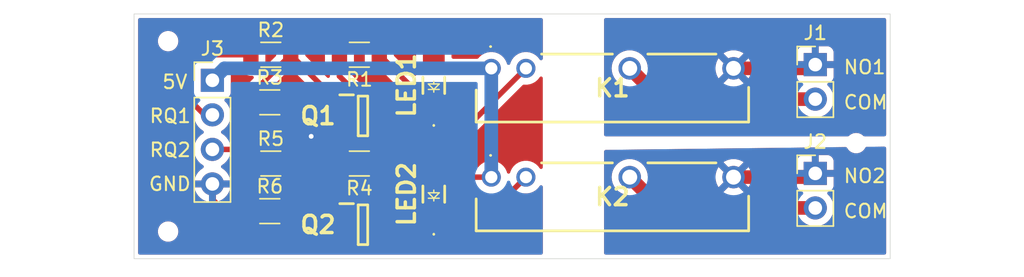
<source format=kicad_pcb>
(kicad_pcb (version 20240108) (generator "pcbnew") (generator_version "8.0")
  (layers (0 "F.Cu" signal) (31 "B.Cu" signal) (34 "B.Paste" user) (35 "F.Paste" user) (36 "B.SilkS" user "B.Silkscreen") (37 "F.SilkS" user "F.Silkscreen") (38 "B.Mask" user) (39 "F.Mask" user) (44 "Edge.Cuts" user))
  (net 0 "")
  (net 1 "Net-(J1-Pin_2)")
  (net 2 "Net-(K1-COIL_2)")
  (net 3 "+5V")
  (net 4 "Net-(LED1-K)")
  (net 5 "GND")
  (net 6 "Net-(Q1-G)")
  (net 7 "Net-(J2-Pin_2)")
  (net 8 "Net-(K2-COIL_2)")
  (net 9 "Net-(LED2-K)")
  (net 10 "Net-(Q2-G)")
  (net 11 "Net-(J3-Pin_2)")
  (net 12 "Net-(J3-Pin_3)")
  (net 13 "/NO1")
  (net 14 "/NO2")
  (footprint "Connector_PinHeader_2.54mm:PinHeader_1x02_P2.54mm_Vertical" (layer "F.Cu") (at 145.5 70.725)
    (property "Reference" "J2" (at 0 -2.33 0) (layer "F.SilkS"))
    (property "Value" "Conn_01x02")
    (fp_line (start -1.33 -1.33) (end 0 -1.33) (stroke (width 0.12)) (layer "F.SilkS"))
    (fp_line (start -1.33 0) (end -1.33 -1.33) (stroke (width 0.12)) (layer "F.SilkS"))
    (fp_line (start -1.33 1.27) (end -1.33 3.87) (stroke (width 0.12)) (layer "F.SilkS"))
    (fp_line (start -1.33 1.27) (end 1.33 1.27) (stroke (width 0.12)) (layer "F.SilkS"))
    (fp_line (start -1.33 3.87) (end 1.33 3.87) (stroke (width 0.12)) (layer "F.SilkS"))
    (fp_line (start 1.33 1.27) (end 1.33 3.87) (stroke (width 0.12)) (layer "F.SilkS"))
    (pad "1" thru_hole rect (at 0 0) (size 1.7 1.7) (drill 1) (layers "*.Cu" "*.Mask") (net 14 "/NO2"))
    (pad "2" thru_hole oval (at 0 2.54) (size 1.7 1.7) (drill 1) (layers "*.Cu" "*.Mask") (net 7 "Net-(J2-Pin_2)"))
  )
  (footprint "FH_Aachen:PassStift_d=1.0_D=6.0_einseitig" (layer "F.Cu") (at 98 75)
    (property "Reference" "REF**" (hide yes))
    (property "Value" "PassStift_d=1.0_D=6.0_einseitig")
    (pad "" np_thru_hole circle (at 0 0) (size 1 1) (drill 1) (layers "*.Cu" "*.Mask"))
  )
  (footprint "Connector_PinHeader_2.54mm:PinHeader_1x04_P2.54mm_Vertical" (layer "F.Cu") (at 101.25 63.88)
    (property "Reference" "J3" (at 0 -2.33 0) (layer "F.SilkS"))
    (property "Value" "Conn_01x04")
    (fp_line (start -1.33 -1.33) (end 0 -1.33) (stroke (width 0.12)) (layer "F.SilkS"))
    (fp_line (start -1.33 0) (end -1.33 -1.33) (stroke (width 0.12)) (layer "F.SilkS"))
    (fp_line (start -1.33 1.27) (end -1.33 8.95) (stroke (width 0.12)) (layer "F.SilkS"))
    (fp_line (start -1.33 1.27) (end 1.33 1.27) (stroke (width 0.12)) (layer "F.SilkS"))
    (fp_line (start -1.33 8.95) (end 1.33 8.95) (stroke (width 0.12)) (layer "F.SilkS"))
    (fp_line (start 1.33 1.27) (end 1.33 8.95) (stroke (width 0.12)) (layer "F.SilkS"))
    (pad "1" thru_hole rect (at 0 0) (size 1.7 1.7) (drill 1) (layers "*.Cu" "*.Mask") (net 3 "+5V"))
    (pad "2" thru_hole oval (at 0 2.54) (size 1.7 1.7) (drill 1) (layers "*.Cu" "*.Mask") (net 11 "Net-(J3-Pin_2)"))
    (pad "3" thru_hole oval (at 0 5.08) (size 1.7 1.7) (drill 1) (layers "*.Cu" "*.Mask") (net 12 "Net-(J3-Pin_3)"))
    (pad "4" thru_hole oval (at 0 7.62) (size 1.7 1.7) (drill 1) (layers "*.Cu" "*.Mask") (net 5 "GND"))
  )
  (footprint "SamacSys_Parts:156120GS75000" (layer "F.Cu") (at 117.5 64.25 90)
    (property "Reference" "LED1" (at 0 -2 90) (layer "F.SilkS") (effects (font (size 1.27 1.27) (thickness 0.254))))
    (property "Value" "156120GS75000" (hide yes))
    (fp_line (start -0.6 -0.8) (end 0.6 -0.8) (stroke (width 0.2)) (layer "F.SilkS"))
    (fp_line (start 0.1 -0.4) (end 0.1 0.4) (stroke (width 0.1)) (layer "F.SilkS"))
    (fp_line (start -0.3 -0.4) (end -0.3 0.4) (stroke (width 0.1)) (layer "F.SilkS"))
    (fp_line (start 0.1 0) (end 0.3 0) (stroke (width 0.1)) (layer "F.SilkS"))
    (fp_line (start -0.3 0) (end 0.1 -0.4) (stroke (width 0.1)) (layer "F.SilkS"))
    (fp_line (start -0.3 0) (end -0.5 0) (stroke (width 0.1)) (layer "F.SilkS"))
    (fp_line (start -2.9 0) (end -2.9 0) (stroke (width 0.1)) (layer "F.SilkS"))
    (fp_line (start -3 0) (end -3 0) (stroke (width 0.1)) (layer "F.SilkS"))
    (fp_line (start 0.1 0.4) (end -0.3 0) (stroke (width 0.1)) (layer "F.SilkS"))
    (fp_line (start -0.6 0.8) (end 0.6 0.8) (stroke (width 0.2)) (layer "F.SilkS"))
    (fp_arc (start -2.9 0) (mid -2.95 0.05) (end -3 0) (stroke (width 0.1)) (layer "F.SilkS"))
    (fp_arc (start -3 0) (mid -2.95 -0.05) (end -2.9 0) (stroke (width 0.1)) (layer "F.SilkS"))
    (pad "1" smd rect (at -1.75 0 90) (size 1.5 1.6) (layers "F.Cu" "F.Paste" "F.Mask") (net 4 "Net-(LED1-K)"))
    (pad "2" smd rect (at 1.75 0 90) (size 1.5 1.6) (layers "F.Cu" "F.Paste" "F.Mask") (net 3 "+5V"))
  )
  (footprint "Resistor_SMD:R_1206_3216Metric" (layer "F.Cu") (at 112.0375 62 180)
    (property "Reference" "R1" (at 0 -1.82 0) (layer "F.SilkS"))
    (property "Value" "470")
    (fp_line (start -0.727064 0.91) (end 0.727064 0.91) (stroke (width 0.12)) (layer "F.SilkS"))
    (fp_line (start -0.727064 -0.91) (end 0.727064 -0.91) (stroke (width 0.12)) (layer "F.SilkS"))
    (pad "1" smd roundrect (at -1.4625 0 180) (size 1.125 1.75) (layers "F.Cu" "F.Paste" "F.Mask") (roundrect_rratio 0.222222) (net 4 "Net-(LED1-K)"))
    (pad "2" smd roundrect (at 1.4625 0 180) (size 1.125 1.75) (layers "F.Cu" "F.Paste" "F.Mask") (roundrect_rratio 0.222222) (net 2 "Net-(K1-COIL_2)"))
  )
  (footprint "SamacSys_Parts:PCN105D3MHZ" (layer "F.Cu") (at 121.72 63)
    (property "Reference" "K1" (at 8.89 1.45 0) (layer "F.SilkS") (effects (font (size 1.27 1.27) (thickness 0.254))))
    (property "Value" "PCN-105D3MHZ" (hide yes))
    (fp_line (start -1.11 3.95) (end -1.11 1.6) (stroke (width 0.2)) (layer "F.SilkS"))
    (fp_line (start -0.1 -1.6) (end -0.1 -1.6) (stroke (width 0.1)) (layer "F.SilkS"))
    (fp_line (start 0 -1.6) (end 0 -1.6) (stroke (width 0.1)) (layer "F.SilkS"))
    (fp_line (start 8.89 -1.05) (end 3.69 -1.05) (stroke (width 0.2)) (layer "F.SilkS"))
    (fp_line (start 16.49 -1.05) (end 11.49 -1.05) (stroke (width 0.2)) (layer "F.SilkS"))
    (fp_line (start 18.89 1.4) (end 18.89 3.95) (stroke (width 0.2)) (layer "F.SilkS"))
    (fp_line (start 18.89 3.95) (end -1.11 3.95) (stroke (width 0.2)) (layer "F.SilkS"))
    (fp_arc (start -0.1 -1.6) (mid -0.05 -1.65) (end 0 -1.6) (stroke (width 0.1)) (layer "F.SilkS"))
    (fp_arc (start 0 -1.6) (mid -0.05 -1.55) (end -0.1 -1.6) (stroke (width 0.1)) (layer "F.SilkS"))
    (pad "11" thru_hole circle (at 17.78 0) (size 1.65 1.65) (drill 1.1) (layers "*.Cu" "*.Mask") (net 13 "/NO1"))
    (pad "14" thru_hole circle (at 10.16 0) (size 1.65 1.65) (drill 1.1) (layers "*.Cu" "*.Mask") (net 1 "Net-(J1-Pin_2)"))
    (pad "A1" thru_hole circle (at 0 0) (size 1.4 1.4) (drill 0.9) (layers "*.Cu" "*.Mask") (net 3 "+5V"))
    (pad "A2" thru_hole circle (at 2.54 0) (size 1.4 1.4) (drill 0.9) (layers "*.Cu" "*.Mask") (net 2 "Net-(K1-COIL_2)"))
  )
  (footprint "SamacSys_Parts:SOT95P240X120-3N" (layer "F.Cu") (at 112.3 74.5)
    (property "Reference" "Q2" (at -3.3 0 0) (layer "F.SilkS") (effects (font (size 1.27 1.27) (thickness 0.254))))
    (property "Value" "2N7002K" (hide yes))
    (fp_line (start -1.7 -1.55) (end -0.7 -1.55) (stroke (width 0.2)) (layer "F.SilkS"))
    (fp_line (start -0.35 -1.46) (end 0.35 -1.46) (stroke (width 0.2)) (layer "F.SilkS"))
    (fp_line (start -0.35 1.46) (end -0.35 -1.46) (stroke (width 0.2)) (layer "F.SilkS"))
    (fp_line (start 0.35 -1.46) (end 0.35 1.46) (stroke (width 0.2)) (layer "F.SilkS"))
    (fp_line (start 0.35 1.46) (end -0.35 1.46) (stroke (width 0.2)) (layer "F.SilkS"))
    (pad "1" smd rect (at -1.2 -0.95 90) (size 0.7 1) (layers "F.Cu" "F.Paste" "F.Mask") (net 10 "Net-(Q2-G)"))
    (pad "2" smd rect (at -1.2 0.95 90) (size 0.7 1) (layers "F.Cu" "F.Paste" "F.Mask") (net 5 "GND"))
    (pad "3" smd rect (at 1.2 0 90) (size 0.7 1) (layers "F.Cu" "F.Paste" "F.Mask") (net 8 "Net-(K2-COIL_2)"))
  )
  (footprint "Resistor_SMD:R_1206_3216Metric" (layer "F.Cu") (at 105.4625 65.5)
    (property "Reference" "R3" (at 0 -1.82 0) (layer "F.SilkS"))
    (property "Value" "10k")
    (fp_line (start -0.727064 -0.91) (end 0.727064 -0.91) (stroke (width 0.12)) (layer "F.SilkS"))
    (fp_line (start -0.727064 0.91) (end 0.727064 0.91) (stroke (width 0.12)) (layer "F.SilkS"))
    (pad "1" smd roundrect (at -1.4625 0) (size 1.125 1.75) (layers "F.Cu" "F.Paste" "F.Mask") (roundrect_rratio 0.222222) (net 6 "Net-(Q1-G)"))
    (pad "2" smd roundrect (at 1.4625 0) (size 1.125 1.75) (layers "F.Cu" "F.Paste" "F.Mask") (roundrect_rratio 0.222222) (net 5 "GND"))
  )
  (footprint "SamacSys_Parts:PCN105D3MHZ" (layer "F.Cu") (at 121.72 71)
    (property "Reference" "K2" (at 8.89 1.45 0) (layer "F.SilkS") (effects (font (size 1.27 1.27) (thickness 0.254))))
    (property "Value" "PCN-105D3MHZ" (hide yes))
    (fp_line (start -1.11 3.95) (end -1.11 1.6) (stroke (width 0.2)) (layer "F.SilkS"))
    (fp_line (start -0.1 -1.6) (end -0.1 -1.6) (stroke (width 0.1)) (layer "F.SilkS"))
    (fp_line (start 0 -1.6) (end 0 -1.6) (stroke (width 0.1)) (layer "F.SilkS"))
    (fp_line (start 8.89 -1.05) (end 3.69 -1.05) (stroke (width 0.2)) (layer "F.SilkS"))
    (fp_line (start 16.49 -1.05) (end 11.49 -1.05) (stroke (width 0.2)) (layer "F.SilkS"))
    (fp_line (start 18.89 1.4) (end 18.89 3.95) (stroke (width 0.2)) (layer "F.SilkS"))
    (fp_line (start 18.89 3.95) (end -1.11 3.95) (stroke (width 0.2)) (layer "F.SilkS"))
    (fp_arc (start -0.1 -1.6) (mid -0.05 -1.65) (end 0 -1.6) (stroke (width 0.1)) (layer "F.SilkS"))
    (fp_arc (start 0 -1.6) (mid -0.05 -1.55) (end -0.1 -1.6) (stroke (width 0.1)) (layer "F.SilkS"))
    (pad "11" thru_hole circle (at 17.78 0) (size 1.65 1.65) (drill 1.1) (layers "*.Cu" "*.Mask") (net 14 "/NO2"))
    (pad "14" thru_hole circle (at 10.16 0) (size 1.65 1.65) (drill 1.1) (layers "*.Cu" "*.Mask") (net 7 "Net-(J2-Pin_2)"))
    (pad "A1" thru_hole circle (at 0 0) (size 1.4 1.4) (drill 0.9) (layers "*.Cu" "*.Mask") (net 3 "+5V"))
    (pad "A2" thru_hole circle (at 2.54 0) (size 1.4 1.4) (drill 0.9) (layers "*.Cu" "*.Mask") (net 8 "Net-(K2-COIL_2)"))
  )
  (footprint "Connector_PinHeader_2.54mm:PinHeader_1x02_P2.54mm_Vertical" (layer "F.Cu") (at 145.5 62.725)
    (property "Reference" "J1" (at 0 -2.33 0) (layer "F.SilkS"))
    (property "Value" "Conn_01x02")
    (fp_line (start -1.33 -1.33) (end 0 -1.33) (stroke (width 0.12)) (layer "F.SilkS"))
    (fp_line (start -1.33 0) (end -1.33 -1.33) (stroke (width 0.12)) (layer "F.SilkS"))
    (fp_line (start -1.33 1.27) (end -1.33 3.87) (stroke (width 0.12)) (layer "F.SilkS"))
    (fp_line (start -1.33 1.27) (end 1.33 1.27) (stroke (width 0.12)) (layer "F.SilkS"))
    (fp_line (start -1.33 3.87) (end 1.33 3.87) (stroke (width 0.12)) (layer "F.SilkS"))
    (fp_line (start 1.33 1.27) (end 1.33 3.87) (stroke (width 0.12)) (layer "F.SilkS"))
    (pad "1" thru_hole rect (at 0 0) (size 1.7 1.7) (drill 1) (layers "*.Cu" "*.Mask") (net 13 "/NO1"))
    (pad "2" thru_hole oval (at 0 2.54) (size 1.7 1.7) (drill 1) (layers "*.Cu" "*.Mask") (net 1 "Net-(J1-Pin_2)"))
  )
  (footprint "FH_Aachen:PassStift_d=1.0_D=6.0_einseitig" (layer "F.Cu") (at 98 61)
    (property "Reference" "REF**" (hide yes))
    (property "Value" "PassStift_d=1.0_D=6.0_einseitig")
    (pad "" np_thru_hole circle (at 0 0) (size 1 1) (drill 1) (layers "*.Cu" "*.Mask"))
  )
  (footprint "SamacSys_Parts:SOT95P240X120-3N" (layer "F.Cu") (at 112.3 66.5)
    (property "Reference" "Q1" (at -3.3 0 0) (layer "F.SilkS") (effects (font (size 1.27 1.27) (thickness 0.254))))
    (property "Value" "2N7002K" (hide yes))
    (fp_line (start -1.7 -1.55) (end -0.7 -1.55) (stroke (width 0.2)) (layer "F.SilkS"))
    (fp_line (start -0.35 -1.46) (end 0.35 -1.46) (stroke (width 0.2)) (layer "F.SilkS"))
    (fp_line (start -0.35 1.46) (end -0.35 -1.46) (stroke (width 0.2)) (layer "F.SilkS"))
    (fp_line (start 0.35 -1.46) (end 0.35 1.46) (stroke (width 0.2)) (layer "F.SilkS"))
    (fp_line (start 0.35 1.46) (end -0.35 1.46) (stroke (width 0.2)) (layer "F.SilkS"))
    (pad "1" smd rect (at -1.2 -0.95 90) (size 0.7 1) (layers "F.Cu" "F.Paste" "F.Mask") (net 6 "Net-(Q1-G)"))
    (pad "2" smd rect (at -1.2 0.95 90) (size 0.7 1) (layers "F.Cu" "F.Paste" "F.Mask") (net 5 "GND"))
    (pad "3" smd rect (at 1.2 0 90) (size 0.7 1) (layers "F.Cu" "F.Paste" "F.Mask") (net 2 "Net-(K1-COIL_2)"))
  )
  (footprint "Resistor_SMD:R_1206_3216Metric" (layer "F.Cu") (at 105.5375 70)
    (property "Reference" "R5" (at 0 -1.82 0) (layer "F.SilkS"))
    (property "Value" "100")
    (fp_line (start -0.727064 -0.91) (end 0.727064 -0.91) (stroke (width 0.12)) (layer "F.SilkS"))
    (fp_line (start -0.727064 0.91) (end 0.727064 0.91) (stroke (width 0.12)) (layer "F.SilkS"))
    (pad "1" smd roundrect (at -1.4625 0) (size 1.125 1.75) (layers "F.Cu" "F.Paste" "F.Mask") (roundrect_rratio 0.222222) (net 12 "Net-(J3-Pin_3)"))
    (pad "2" smd roundrect (at 1.4625 0) (size 1.125 1.75) (layers "F.Cu" "F.Paste" "F.Mask") (roundrect_rratio 0.222222) (net 10 "Net-(Q2-G)"))
  )
  (footprint "Resistor_SMD:R_1206_3216Metric" (layer "F.Cu") (at 105.4625 73.5)
    (property "Reference" "R6" (at 0 -1.82 0) (layer "F.SilkS"))
    (property "Value" "10k")
    (fp_line (start -0.727064 -0.91) (end 0.727064 -0.91) (stroke (width 0.12)) (layer "F.SilkS"))
    (fp_line (start -0.727064 0.91) (end 0.727064 0.91) (stroke (width 0.12)) (layer "F.SilkS"))
    (pad "1" smd roundrect (at -1.4625 0) (size 1.125 1.75) (layers "F.Cu" "F.Paste" "F.Mask") (roundrect_rratio 0.222222) (net 10 "Net-(Q2-G)"))
    (pad "2" smd roundrect (at 1.4625 0) (size 1.125 1.75) (layers "F.Cu" "F.Paste" "F.Mask") (roundrect_rratio 0.222222) (net 5 "GND"))
  )
  (footprint "SamacSys_Parts:156120GS75000" (layer "F.Cu") (at 117.5 72.25 90)
    (property "Reference" "LED2" (at 0 -2 90) (layer "F.SilkS") (effects (font (size 1.27 1.27) (thickness 0.254))))
    (property "Value" "156120GS75000" (hide yes))
    (fp_line (start -0.6 -0.8) (end 0.6 -0.8) (stroke (width 0.2)) (layer "F.SilkS"))
    (fp_line (start 0.1 -0.4) (end 0.1 0.4) (stroke (width 0.1)) (layer "F.SilkS"))
    (fp_line (start -0.3 -0.4) (end -0.3 0.4) (stroke (width 0.1)) (layer "F.SilkS"))
    (fp_line (start 0.1 0) (end 0.3 0) (stroke (width 0.1)) (layer "F.SilkS"))
    (fp_line (start -0.3 0) (end 0.1 -0.4) (stroke (width 0.1)) (layer "F.SilkS"))
    (fp_line (start -0.3 0) (end -0.5 0) (stroke (width 0.1)) (layer "F.SilkS"))
    (fp_line (start -2.9 0) (end -2.9 0) (stroke (width 0.1)) (layer "F.SilkS"))
    (fp_line (start -3 0) (end -3 0) (stroke (width 0.1)) (layer "F.SilkS"))
    (fp_line (start 0.1 0.4) (end -0.3 0) (stroke (width 0.1)) (layer "F.SilkS"))
    (fp_line (start -0.6 0.8) (end 0.6 0.8) (stroke (width 0.2)) (layer "F.SilkS"))
    (fp_arc (start -2.9 0) (mid -2.95 0.05) (end -3 0) (stroke (width 0.1)) (layer "F.SilkS"))
    (fp_arc (start -3 0) (mid -2.95 -0.05) (end -2.9 0) (stroke (width 0.1)) (layer "F.SilkS"))
    (pad "1" smd rect (at -1.75 0 90) (size 1.5 1.6) (layers "F.Cu" "F.Paste" "F.Mask") (net 9 "Net-(LED2-K)"))
    (pad "2" smd rect (at 1.75 0 90) (size 1.5 1.6) (layers "F.Cu" "F.Paste" "F.Mask") (net 3 "+5V"))
  )
  (footprint "Resistor_SMD:R_1206_3216Metric" (layer "F.Cu") (at 112.0375 70 180)
    (property "Reference" "R4" (at 0 -1.82 0) (layer "F.SilkS"))
    (property "Value" "470")
    (fp_line (start -0.727064 0.91) (end 0.727064 0.91) (stroke (width 0.12)) (layer "F.SilkS"))
    (fp_line (start -0.727064 -0.91) (end 0.727064 -0.91) (stroke (width 0.12)) (layer "F.SilkS"))
    (pad "1" smd roundrect (at -1.4625 0 180) (size 1.125 1.75) (layers "F.Cu" "F.Paste" "F.Mask") (roundrect_rratio 0.222222) (net 9 "Net-(LED2-K)"))
    (pad "2" smd roundrect (at 1.4625 0 180) (size 1.125 1.75) (layers "F.Cu" "F.Paste" "F.Mask") (roundrect_rratio 0.222222) (net 8 "Net-(K2-COIL_2)"))
  )
  (footprint "Resistor_SMD:R_1206_3216Metric" (layer "F.Cu") (at 105.5375 62)
    (property "Reference" "R2" (at 0 -1.82 0) (layer "F.SilkS"))
    (property "Value" "100")
    (fp_line (start -0.727064 -0.91) (end 0.727064 -0.91) (stroke (width 0.12)) (layer "F.SilkS"))
    (fp_line (start -0.727064 0.91) (end 0.727064 0.91) (stroke (width 0.12)) (layer "F.SilkS"))
    (pad "1" smd roundrect (at -1.4625 0) (size 1.125 1.75) (layers "F.Cu" "F.Paste" "F.Mask") (roundrect_rratio 0.222222) (net 11 "Net-(J3-Pin_2)"))
    (pad "2" smd roundrect (at 1.4625 0) (size 1.125 1.75) (layers "F.Cu" "F.Paste" "F.Mask") (roundrect_rratio 0.222222) (net 6 "Net-(Q1-G)"))
  )
  (footprint "FH_Aachen:PassStift_d=1.0_D=6.0_einseitig" (layer "F.Cu") (at 148.5 68.5)
    (property "Reference" "REF**" (hide yes))
    (property "Value" "PassStift_d=1.0_D=6.0_einseitig")
    (pad "" np_thru_hole circle (at 0 0) (size 1 1) (drill 1) (layers "*.Cu" "*.Mask"))
  )
  (gr_rect (start 95.5 59) (end 151 77) (stroke (width 0.05)) (fill none) (layer "Edge.Cuts"))
  (gr_text "NO2" (at 147.5 71.5 0) (layer "F.SilkS") (effects (font (size 1 1)) (justify left bottom)))
  (gr_text "COM" (at 147.5 65.5 0) (layer "F.SilkS") (effects (font (size 1 1)) (justify left)))
  (gr_text "GND" (at 99.75 71.5 0) (layer "F.SilkS") (effects (font (size 1 1)) (justify right)))
  (gr_text "5V" (at 99.5 64 0) (layer "F.SilkS") (effects (font (size 1 1)) (justify right)))
  (gr_text "RQ2\n" (at 99.75 69 0) (layer "F.SilkS") (effects (font (size 1 1)) (justify right)))
  (gr_text "COM" (at 147.5 73.5 0) (layer "F.SilkS") (effects (font (size 1 1)) (justify left)))
  (gr_text "RQ1" (at 99.75 66.5 0) (layer "F.SilkS") (effects (font (size 1 1)) (justify right)))
  (gr_text "NO1" (at 147.5 63.5 0) (layer "F.SilkS") (effects (font (size 1 1)) (justify left bottom)))
  (segment (start 134.145 65.265) (end 131.88 63) (width 1) (layer "F.Cu") (net 1))
  (segment (start 145.5 65.265) (end 134.145 65.265) (width 1) (layer "F.Cu") (net 1))
  (segment (start 124.26 63) (end 120.11 67.15) (width 0.4) (layer "F.Cu") (net 2))
  (segment (start 114.15 67.15) (end 113.5 66.5) (width 0.4) (layer "F.Cu") (net 2))
  (segment (start 110.575 63.575) (end 113.5 66.5) (width 0.4) (layer "F.Cu") (net 2))
  (segment (start 110.575 62) (end 110.575 63.575) (width 0.4) (layer "F.Cu") (net 2))
  (segment (start 120.11 67.15) (end 114.15 67.15) (width 0.4) (layer "F.Cu") (net 2))
  (segment (start 121.72 63) (end 118 63) (width 0.4) (layer "F.Cu") (net 3))
  (segment (start 118 71) (end 117.5 70.5) (width 0.4) (layer "F.Cu") (net 3))
  (segment (start 121.72 71) (end 118 71) (width 0.4) (layer "F.Cu") (net 3))
  (segment (start 118 63) (end 117.5 62.5) (width 0.4) (layer "F.Cu") (net 3))
  (segment (start 101.25 63.88) (end 102.13 63) (width 1) (layer "B.Cu") (net 3))
  (segment (start 102.13 63) (end 121.72 63) (width 1) (layer "B.Cu") (net 3))
  (segment (start 121.72 63) (end 121.72 71) (width 1) (layer "B.Cu") (net 3))
  (segment (start 113.5 62) (end 117.5 66) (width 0.4) (layer "F.Cu") (net 4))
  (segment (start 103.372919 74.825) (end 105.6 74.825) (width 0.5) (layer "F.Cu") (net 5))
  (segment (start 106.925 73.5) (end 109.15 73.5) (width 0.5) (layer "F.Cu") (net 5))
  (segment (start 108.5 68) (end 110.55 68) (width 0.5) (layer "F.Cu") (net 5))
  (segment (start 109.15 73.5) (end 111.1 75.45) (width 0.5) (layer "F.Cu") (net 5))
  (segment (start 110.55 68) (end 111.1 67.45) (width 0.5) (layer "F.Cu") (net 5))
  (segment (start 108.5 68) (end 108.5 67.075) (width 0.5) (layer "F.Cu") (net 5))
  (segment (start 101.25 72.702081) (end 103.372919 74.825) (width 0.5) (layer "F.Cu") (net 5))
  (segment (start 105.6 74.825) (end 106.925 73.5) (width 0.5) (layer "F.Cu") (net 5))
  (segment (start 101.25 71.5) (end 101.25 72.702081) (width 0.5) (layer "F.Cu") (net 5))
  (segment (start 108.5 67.075) (end 106.925 65.5) (width 0.5) (layer "F.Cu") (net 5))
  (via (at 108.5 68) (size 0.75) (drill 0.35) (layers "F.Cu" "B.Cu") (net 5))
  (segment (start 105 71.5) (end 108.5 68) (width 0.5) (layer "B.Cu") (net 5))
  (segment (start 101.25 71.5) (end 105 71.5) (width 0.5) (layer "B.Cu") (net 5))
  (segment (start 107 62) (end 104 65) (width 0.4) (layer "F.Cu") (net 6))
  (segment (start 104 65) (end 104 65.5) (width 0.4) (layer "F.Cu") (net 6))
  (segment (start 107 62) (end 110.55 65.55) (width 0.4) (layer "F.Cu") (net 6))
  (segment (start 110.55 65.55) (end 111.1 65.55) (width 0.4) (layer "F.Cu") (net 6))
  (segment (start 134.145 73.265) (end 131.88 71) (width 1) (layer "F.Cu") (net 7))
  (segment (start 145.5 73.265) (end 134.145 73.265) (width 1) (layer "F.Cu") (net 7))
  (segment (start 124.26 71) (end 120.11 75.15) (width 0.4) (layer "F.Cu") (net 8))
  (segment (start 110.575 70) (end 110.575 71.575) (width 0.4) (layer "F.Cu") (net 8))
  (segment (start 114.15 75.15) (end 113.5 74.5) (width 0.4) (layer "F.Cu") (net 8))
  (segment (start 120.11 75.15) (end 114.15 75.15) (width 0.4) (layer "F.Cu") (net 8))
  (segment (start 110.575 71.575) (end 113.5 74.5) (width 0.4) (layer "F.Cu") (net 8))
  (segment (start 113.5 70) (end 117.5 74) (width 0.4) (layer "F.Cu") (net 9))
  (segment (start 104 73) (end 104 73.5) (width 0.4) (layer "F.Cu") (net 10))
  (segment (start 107 70) (end 110.55 73.55) (width 0.4) (layer "F.Cu") (net 10))
  (segment (start 107 70) (end 104 73) (width 0.4) (layer "F.Cu") (net 10))
  (segment (start 110.55 73.55) (end 111.1 73.55) (width 0.4) (layer "F.Cu") (net 10))
  (segment (start 101.25 66.42) (end 100.67 66.42) (width 0.4) (layer "F.Cu") (net 11))
  (segment (start 104.075 62.845) (end 104.075 62) (width 0.4) (layer "F.Cu") (net 11))
  (segment (start 99.25 65) (end 99.25 62.75) (width 0.4) (layer "F.Cu") (net 11))
  (segment (start 99.25 62.75) (end 100 62) (width 0.4) (layer "F.Cu") (net 11))
  (segment (start 100.67 66.42) (end 99.25 65) (width 0.4) (layer "F.Cu") (net 11))
  (segment (start 100 62) (end 104.075 62) (width 0.4) (layer "F.Cu") (net 11))
  (segment (start 101.25 68.96) (end 103.035 68.96) (width 0.4) (layer "F.Cu") (net 12))
  (segment (start 103.035 68.96) (end 104.075 70) (width 0.4) (layer "F.Cu") (net 12))
  (segment (start 145.225 63) (end 145.5 62.725) (width 1) (layer "F.Cu") (net 13))
  (segment (start 139.5 63) (end 145.225 63) (width 1) (layer "F.Cu") (net 13))
  (segment (start 139.5 71) (end 145.225 71) (width 1) (layer "F.Cu") (net 14))
  (segment (start 145.225 71) (end 145.5 70.725) (width 1) (layer "F.Cu") (net 14))
  (zone (net 13) (net_name "/NO1") (layers "F&B.Cu") (priority 1) (connect_pads (clearance 0.5)) (min_thickness 0.25) (fill yes (thermal_gap 0.5) (thermal_bridge_width 0.5))
    (polygon (pts (xy 151 59) (xy 130 59) (xy 130 68) (xy 151 68)))
  )
  (zone (net 14) (net_name "/NO2") (layers "F&B.Cu") (priority 2) (connect_pads (clearance 0.5)) (min_thickness 0.25) (fill yes (thermal_gap 0.5) (thermal_bridge_width 0.5))
    (polygon (pts (xy 130 69) (xy 130 77) (xy 151 77) (xy 151 68.75)))
  )
  (zone (net 5) (net_name "GND") (layers "F&B.Cu") (connect_pads (clearance 0.5)) (min_thickness 0.25) (fill yes (thermal_gap 0.5) (thermal_bridge_width 0.5))
    (polygon (pts (xy 95.5 59) (xy 125.5 59) (xy 125.5 77) (xy 95.5 77)))
  )
)
</source>
